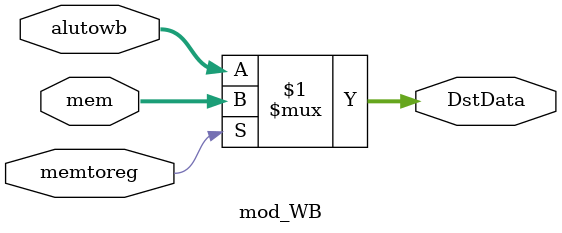
<source format=v>

module mod_WB (
        input memtoreg,
        input [15:0] alutowb, mem,
        output [15:0] DstData);

    //wire
    assign DstData = memtoreg ? mem : alutowb;
    
endmodule
</source>
